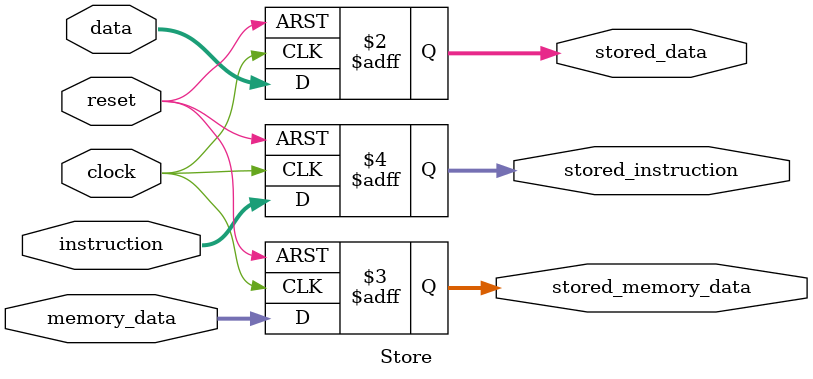
<source format=v>
module Store #(
	parameter DATA_WIDTH = 32
)(
	input wire clock,
	input wire reset,
	input wire [DATA_WIDTH-1:0] data,
	input wire [DATA_WIDTH-1:0] memory_data,
	input wire [DATA_WIDTH-1:0] instruction,
	output reg [DATA_WIDTH-1:0] stored_data,
	output reg [DATA_WIDTH-1:0] stored_memory_data,
	output reg [DATA_WIDTH-1:0] stored_instruction
);

	always @(posedge clock, posedge reset) begin : STORE
		if (reset) begin
			stored_data <= 0;
			stored_memory_data <= 0;
			stored_instruction <= 0;
		end
		else begin
			stored_data <= data;
			stored_memory_data <= memory_data;
			stored_instruction <= instruction;
		end
	end
endmodule
</source>
